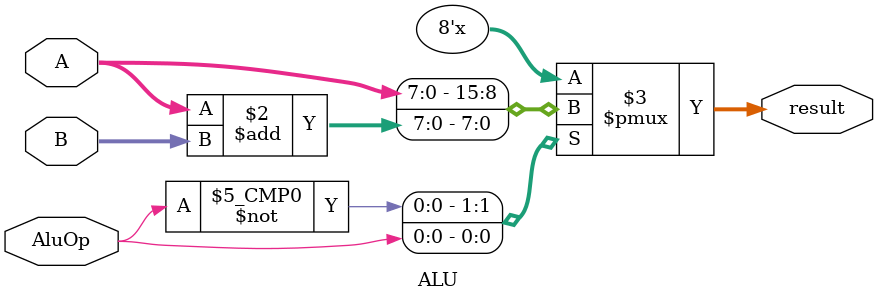
<source format=v>
module ALU(A , B ,AluOp ,result);
input [7:0]A ;
input [7:0]B ;
input AluOp;
output reg [7:0]result;

always@(*)
begin
case(AluOp)

	1'b0	:	result=A;
	1'b1	:	result=A+B;
	endcase

end
endmodule

</source>
